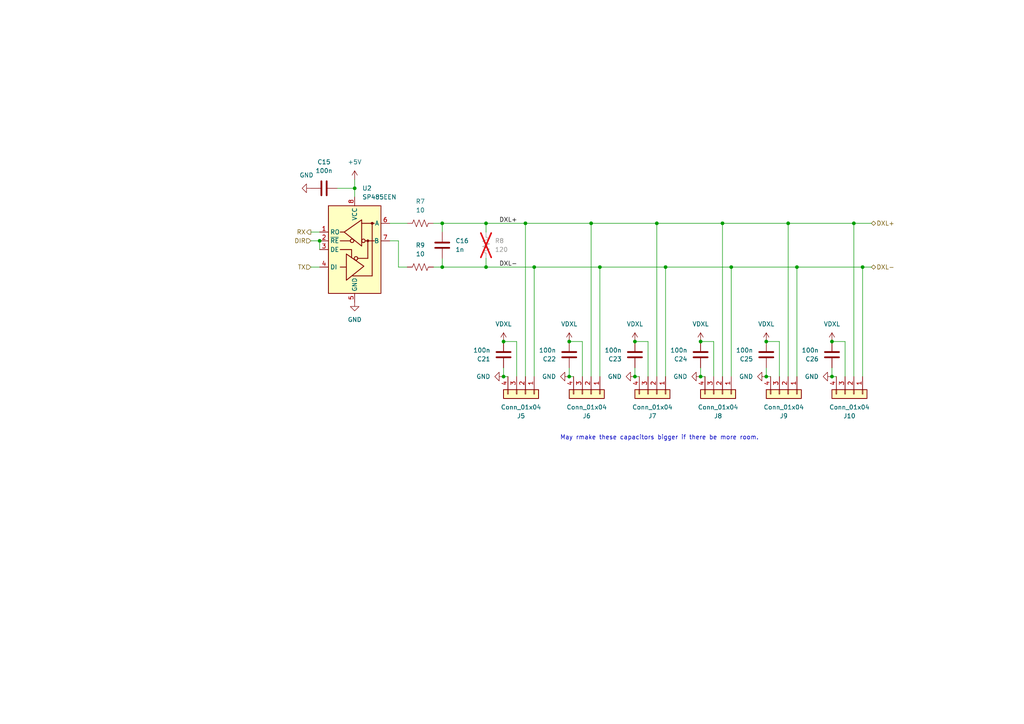
<source format=kicad_sch>
(kicad_sch (version 20231120) (generator "eeschema") (generator_version "8.0")
  (paper "A4")
  (lib_symbols
    (symbol "Connector_Generic:Conn_01x04" (pin_names (offset 1.016) hide)
      (property "Reference" "J" (at 0 5.08 0))
      (property "Value" "Conn_01x04" (at 0 -7.62 0))
      (symbol "Conn_01x04_1_1"
        (rectangle (start -1.27 -4.953) (end 0 -5.207) (stroke (width 0.1524)))
        (rectangle (start -1.27 -2.413) (end 0 -2.667) (stroke (width 0.1524)))
        (rectangle (start -1.27 0.127) (end 0 -0.127) (stroke (width 0.1524)))
        (rectangle (start -1.27 2.667) (end 0 2.413) (stroke (width 0.1524)))
        (rectangle (start -1.27 3.81) (end 1.27 -6.35) (stroke (width 0.254)) (fill (type background)))
        (pin passive line (at -5.08 2.54 0) (length 3.81) (name "Pin_1") (number "1"))
        (pin passive line (at -5.08 0 0) (length 3.81) (name "Pin_2") (number "2"))
        (pin passive line (at -5.08 -2.54 0) (length 3.81) (name "Pin_3") (number "3"))
        (pin passive line (at -5.08 -5.08 0) (length 3.81) (name "Pin_4") (number "4"))
      )
    )
    (symbol "Device:C" (pin_numbers hide) (pin_names (offset 0.254))
      (property "Reference" "C" (at 0.635 2.54 0))
      (property "Value" "C" (at 0.635 -2.54 0))
      (symbol "C_0_1"
        (polyline (pts (xy -2.032 -0.762) (xy 2.032 -0.762)) (stroke (width 0.508)))
        (polyline (pts (xy -2.032 0.762) (xy 2.032 0.762)) (stroke (width 0.508)))
      )
      (symbol "C_1_1"
        (pin passive line (at 0 3.81 270) (length 2.794) (name "~") (number "1"))
        (pin passive line (at 0 -3.81 90) (length 2.794) (name "~") (number "2"))
      )
    )
    (symbol "Device:R_US" (pin_numbers hide) (pin_names (offset 0))
      (property "Reference" "R" (at 2.54 0 90))
      (property "Value" "R_US" (at -2.54 0 90))
      (symbol "R_US_0_1"
        (polyline (pts (xy 0 -2.286) (xy 0 -2.54)))
        (polyline (pts (xy 0 2.286) (xy 0 2.54)))
        (polyline (pts (xy 0 -0.762) (xy 1.016 -1.143) (xy 0 -1.524) (xy -1.016 -1.905) (xy 0 -2.286)))
        (polyline (pts (xy 0 0.762) (xy 1.016 0.381) (xy 0 0) (xy -1.016 -0.381) (xy 0 -0.762)))
        (polyline (pts (xy 0 2.286) (xy 1.016 1.905) (xy 0 1.524) (xy -1.016 1.143) (xy 0 0.762)))
      )
      (symbol "R_US_1_1"
        (pin passive line (at 0 3.81 270) (length 1.27) (name "~") (number "1"))
        (pin passive line (at 0 -3.81 90) (length 1.27) (name "~") (number "2"))
      )
    )
    (symbol "Interface_UART:SP3485EN"
      (property "Reference" "U" (at -7.62 13.97 0))
      (property "Value" "SP3485EN" (at 1.905 13.97 0))
      (symbol "SP3485EN_0_1"
        (rectangle (start -7.62 12.7) (end 7.62 -12.7) (stroke (width 0.254)) (fill (type background)))
        (polyline (pts (xy -4.191 2.54) (xy -1.27 2.54)) (stroke (width 0.254)))
        (polyline (pts (xy -2.54 -5.08) (xy -4.191 -5.08)) (stroke (width 0.254)))
        (polyline (pts (xy -0.635 -7.62) (xy 5.08 -7.62)) (stroke (width 0.254)))
        (polyline (pts (xy 0.889 -2.54) (xy 3.81 -2.54)) (stroke (width 0.254)))
        (polyline (pts (xy 2.032 7.62) (xy 5.715 7.62)) (stroke (width 0.254)))
        (polyline (pts (xy 3.048 2.54) (xy 5.715 2.54)) (stroke (width 0.254)))
        (polyline (pts (xy 3.81 -2.54) (xy 3.81 2.54)) (stroke (width 0.254)))
        (polyline (pts (xy 5.08 -7.62) (xy 5.08 7.62)) (stroke (width 0.254)))
        (polyline (pts (xy -4.191 0) (xy -0.889 0) (xy -0.889 -2.286)) (stroke (width 0.254)))
        (polyline (pts (xy -3.175 5.08) (xy -4.191 5.08) (xy -4.064 5.08)) (stroke (width 0.254)))
        (polyline (pts (xy -2.413 -5.08) (xy -2.413 -1.27) (xy 2.667 -4.826) (xy -2.413 -8.89) (xy -2.413 -5.08)) (stroke (width 0.254)))
        (circle (center 0.381 -2.54) (radius 0.508) (stroke (width 0.254)))
        (circle (center 3.81 2.54) (radius 0.2794) (stroke (width 0.254)) (fill (type outline)))
      )
      (symbol "SP3485EN_1_1"
        (circle (center -0.762 2.54) (radius 0.508) (stroke (width 0.254)))
        (polyline (pts (xy 2.032 4.826) (xy 2.032 8.636) (xy -3.048 5.08) (xy 2.032 1.016) (xy 2.032 4.826)) (stroke (width 0.254)))
        (circle (center 2.54 2.54) (radius 0.508) (stroke (width 0.254)))
        (circle (center 5.08 7.62) (radius 0.2794) (stroke (width 0.254)) (fill (type outline)))
        (pin output line (at -10.16 5.08 0) (length 2.54) (name "RO") (number "1"))
        (pin input line (at -10.16 2.54 0) (length 2.54) (name "~{RE}") (number "2"))
        (pin input line (at -10.16 0 0) (length 2.54) (name "DE") (number "3"))
        (pin input line (at -10.16 -5.08 0) (length 2.54) (name "DI") (number "4"))
        (pin power_in line (at 0 -15.24 90) (length 2.54) (name "GND") (number "5"))
        (pin bidirectional line (at 10.16 7.62 180) (length 2.54) (name "A") (number "6"))
        (pin bidirectional line (at 10.16 2.54 180) (length 2.54) (name "B") (number "7"))
        (pin power_in line (at 0 15.24 270) (length 2.54) (name "VCC") (number "8"))
      )
    )
    (symbol "power:+3.3V" (power) (pin_numbers hide) (pin_names (offset 0) hide)
      (property "Value" "+3.3V" (at 0 3.556 0))
      (symbol "+3.3V_0_1"
        (polyline (pts (xy -0.762 1.27) (xy 0 2.54)))
        (polyline (pts (xy 0 0) (xy 0 2.54)))
        (polyline (pts (xy 0 2.54) (xy 0.762 1.27)))
      )
      (symbol "+3.3V_1_1"
        (pin power_in line (at 0 0 90) (length 0) (name "~") (number "1"))
      )
    )
    (symbol "power:GND" (power) (pin_numbers hide) (pin_names (offset 0) hide)
      (property "Value" "GND" (at 0 -3.81 0))
      (symbol "GND_0_1"
        (polyline (pts (xy 0 0) (xy 0 -1.27) (xy 1.27 -1.27) (xy 0 -2.54) (xy -1.27 -1.27) (xy 0 -1.27)))
      )
      (symbol "GND_1_1"
        (pin power_in line (at 0 0 270) (length 0) (name "~") (number "1"))
      )
    )
    (symbol "power:Vdrive" (power) (pin_numbers hide) (pin_names (offset 0) hide)
      (property "Value" "Vdrive" (at 0 3.556 0))
      (symbol "Vdrive_0_1"
        (polyline (pts (xy -0.762 1.27) (xy 0 2.54)))
        (polyline (pts (xy 0 0) (xy 0 2.54)))
        (polyline (pts (xy 0 2.54) (xy 0.762 1.27)))
      )
      (symbol "Vdrive_1_1"
        (pin power_in line (at 0 0 90) (length 0) (name "~") (number "1"))
      )
    )
  )
  (junction (at 184.15 99.06))
  (junction (at 209.55 64.77))
  (junction (at 250.19 77.47))
  (junction (at 102.87 54.61))
  (junction (at 190.5 64.77))
  (junction (at 222.25 99.06))
  (junction (at 171.45 64.77))
  (junction (at 165.1 99.06))
  (junction (at 184.15 109.22))
  (junction (at 222.25 109.22))
  (junction (at 193.04 77.47))
  (junction (at 128.27 77.47))
  (junction (at 92.71 69.85))
  (junction (at 140.97 77.47))
  (junction (at 146.05 99.06))
  (junction (at 152.4 64.77))
  (junction (at 154.94 77.47))
  (junction (at 203.2 99.06))
  (junction (at 228.6 64.77))
  (junction (at 241.3 99.06))
  (junction (at 173.99 77.47))
  (junction (at 146.05 109.22))
  (junction (at 140.97 64.77))
  (junction (at 231.14 77.47))
  (junction (at 247.65 64.77))
  (junction (at 203.2 109.22))
  (junction (at 212.09 77.47))
  (junction (at 165.1 109.22))
  (junction (at 128.27 64.77))
  (junction (at 241.3 109.22))
  (wire (pts (xy 193.04 77.47) (xy 173.99 77.47)))
  (wire (pts (xy 154.94 77.47) (xy 140.97 77.47)))
  (wire (pts (xy 222.25 99.06) (xy 226.06 99.06)))
  (wire (pts (xy 247.65 64.77) (xy 252.73 64.77)))
  (wire (pts (xy 247.65 64.77) (xy 228.6 64.77)))
  (wire (pts (xy 231.14 77.47) (xy 212.09 77.47)))
  (wire (pts (xy 222.25 109.22) (xy 223.52 109.22)))
  (wire (pts (xy 187.96 109.22) (xy 187.96 99.06)))
  (wire (pts (xy 92.71 69.85) (xy 92.71 72.39)))
  (wire (pts (xy 209.55 64.77) (xy 190.5 64.77)))
  (wire (pts (xy 165.1 99.06) (xy 168.91 99.06)))
  (wire (pts (xy 125.73 64.77) (xy 128.27 64.77)))
  (wire (pts (xy 115.57 69.85) (xy 115.57 77.47)))
  (wire (pts (xy 228.6 109.22) (xy 228.6 64.77)))
  (wire (pts (xy 152.4 109.22) (xy 152.4 64.77)))
  (wire (pts (xy 203.2 99.06) (xy 207.01 99.06)))
  (wire (pts (xy 90.17 67.31) (xy 92.71 67.31)))
  (wire (pts (xy 165.1 106.68) (xy 165.1 109.22)))
  (wire (pts (xy 250.19 109.22) (xy 250.19 77.47)))
  (wire (pts (xy 184.15 106.68) (xy 184.15 109.22)))
  (wire (pts (xy 241.3 99.06) (xy 245.11 99.06)))
  (wire (pts (xy 115.57 77.47) (xy 118.11 77.47)))
  (wire (pts (xy 173.99 77.47) (xy 154.94 77.47)))
  (wire (pts (xy 228.6 64.77) (xy 209.55 64.77)))
  (wire (pts (xy 149.86 109.22) (xy 149.86 99.06)))
  (wire (pts (xy 97.79 54.61) (xy 102.87 54.61)))
  (wire (pts (xy 140.97 64.77) (xy 140.97 67.31)))
  (wire (pts (xy 207.01 109.22) (xy 207.01 99.06)))
  (wire (pts (xy 193.04 109.22) (xy 193.04 77.47)))
  (wire (pts (xy 184.15 99.06) (xy 187.96 99.06)))
  (wire (pts (xy 241.3 109.22) (xy 242.57 109.22)))
  (wire (pts (xy 146.05 106.68) (xy 146.05 109.22)))
  (wire (pts (xy 102.87 52.07) (xy 102.87 54.61)))
  (wire (pts (xy 250.19 77.47) (xy 252.73 77.47)))
  (wire (pts (xy 140.97 74.93) (xy 140.97 77.47)))
  (wire (pts (xy 90.17 77.47) (xy 92.71 77.47)))
  (wire (pts (xy 152.4 64.77) (xy 140.97 64.77)))
  (wire (pts (xy 128.27 64.77) (xy 140.97 64.77)))
  (wire (pts (xy 190.5 64.77) (xy 171.45 64.77)))
  (wire (pts (xy 165.1 109.22) (xy 166.37 109.22)))
  (wire (pts (xy 171.45 64.77) (xy 152.4 64.77)))
  (wire (pts (xy 231.14 109.22) (xy 231.14 77.47)))
  (wire (pts (xy 173.99 109.22) (xy 173.99 77.47)))
  (wire (pts (xy 113.03 69.85) (xy 115.57 69.85)))
  (wire (pts (xy 245.11 109.22) (xy 245.11 99.06)))
  (wire (pts (xy 247.65 109.22) (xy 247.65 64.77)))
  (wire (pts (xy 212.09 77.47) (xy 193.04 77.47)))
  (wire (pts (xy 128.27 64.77) (xy 128.27 67.31)))
  (wire (pts (xy 209.55 109.22) (xy 209.55 64.77)))
  (wire (pts (xy 113.03 64.77) (xy 118.11 64.77)))
  (wire (pts (xy 226.06 109.22) (xy 226.06 99.06)))
  (wire (pts (xy 146.05 99.06) (xy 149.86 99.06)))
  (wire (pts (xy 128.27 74.93) (xy 128.27 77.47)))
  (wire (pts (xy 168.91 109.22) (xy 168.91 99.06)))
  (wire (pts (xy 250.19 77.47) (xy 231.14 77.47)))
  (wire (pts (xy 146.05 109.22) (xy 147.32 109.22)))
  (wire (pts (xy 90.17 69.85) (xy 92.71 69.85)))
  (wire (pts (xy 212.09 109.22) (xy 212.09 77.47)))
  (wire (pts (xy 241.3 106.68) (xy 241.3 109.22)))
  (wire (pts (xy 184.15 109.22) (xy 185.42 109.22)))
  (wire (pts (xy 203.2 106.68) (xy 203.2 109.22)))
  (wire (pts (xy 125.73 77.47) (xy 128.27 77.47)))
  (wire (pts (xy 102.87 54.61) (xy 102.87 57.15)))
  (wire (pts (xy 222.25 106.68) (xy 222.25 109.22)))
  (wire (pts (xy 154.94 109.22) (xy 154.94 77.47)))
  (wire (pts (xy 203.2 109.22) (xy 204.47 109.22)))
  (wire (pts (xy 190.5 109.22) (xy 190.5 64.77)))
  (wire (pts (xy 171.45 109.22) (xy 171.45 64.77)))
  (wire (pts (xy 128.27 77.47) (xy 140.97 77.47)))
  (text "May rmake these capacitors bigger if there be more room." (at 191.262 127 0) (effects (font (size 1.27 1.27))))
  (label "DXL+" (at 144.78 64.77 0))
  (label "DXL-" (at 144.78 77.47 0))
  (hierarchical_label "DXL+" (shape tri_state) (at 252.73 64.77 0))
  (hierarchical_label "DIR" (shape input) (at 90.17 69.85 180))
  (hierarchical_label "RX" (shape output) (at 90.17 67.31 180))
  (hierarchical_label "DXL-" (shape tri_state) (at 252.73 77.47 0))
  (hierarchical_label "TX" (shape input) (at 90.17 77.47 180))
  (symbol (lib_id "Device:R_US") (at 121.92 64.77 90) (unit 1)
    (property "Reference" "R7" (at 121.92 58.42 90))
    (property "Value" "10" (at 121.92 60.96 90))
    (property "Footprint" "Resistor_SMD:R_0603_1608Metric" (effects (hide yes)))
    (property "Description" "Resistor, US symbol" (effects (hide yes)))
  )
  (symbol (lib_id "Connector_Generic:Conn_01x04") (at 190.5 114.3 270) (unit 1)
    (property "Reference" "J7" (at 189.23 120.65 90))
    (property "Value" "Conn_01x04" (at 189.23 118.11 90))
    (property "Footprint" "Connector_Molex:Molex_SPOX_5267-04A_1x04_P2.50mm_Vertical" (effects (hide yes)))
    (property "Description" "Generic connector, single row, 01x04, script generated (kicad-library-utils/schlib/autogen/connector/)" (effects (hide yes)))
  )
  (symbol (lib_id "power:GND") (at 146.05 109.22 270) (unit 1)
    (property "Reference" "#PWR038" (effects (hide yes)))
    (property "Value" "GND" (at 142.24 109.2201 90) (effects (justify right)))
    (property "Description" "Power symbol creates a global label with name \"GND\" , ground" (effects (hide yes)))
  )
  (symbol (lib_id "power:GND") (at 102.87 87.63 0) (unit 1)
    (property "Reference" "#PWR036" (effects (hide yes)))
    (property "Value" "GND" (at 102.87 92.71 0))
    (property "Description" "Power symbol creates a global label with name \"GND\" , ground" (effects (hide yes)))
  )
  (symbol (lib_id "power:Vdrive") (at 222.25 99.06 0) (unit 1)
    (property "Reference" "#PWR046" (effects (hide yes)))
    (property "Value" "VDXL" (at 222.25 93.98 0))
    (property "Description" "Power symbol creates a global label with name \"Vdrive\"" (effects (hide yes)))
  )
  (symbol (lib_id "Device:R_US") (at 121.92 77.47 90) (unit 1)
    (property "Reference" "R9" (at 121.92 71.12 90))
    (property "Value" "10" (at 121.92 73.66 90))
    (property "Footprint" "Resistor_SMD:R_0603_1608Metric" (effects (hide yes)))
    (property "Description" "Resistor, US symbol" (effects (hide yes)))
  )
  (symbol (lib_id "Connector_Generic:Conn_01x04") (at 152.4 114.3 270) (unit 1)
    (property "Reference" "J5" (at 151.13 120.65 90))
    (property "Value" "Conn_01x04" (at 151.13 118.11 90))
    (property "Footprint" "Connector_Molex:Molex_SPOX_5267-04A_1x04_P2.50mm_Vertical" (effects (hide yes)))
    (property "Description" "Generic connector, single row, 01x04, script generated (kicad-library-utils/schlib/autogen/connector/)" (effects (hide yes)))
  )
  (symbol (lib_id "Connector_Generic:Conn_01x04") (at 247.65 114.3 270) (unit 1)
    (property "Reference" "J10" (at 246.38 120.65 90))
    (property "Value" "Conn_01x04" (at 246.38 118.11 90))
    (property "Footprint" "Connector_Molex:Molex_SPOX_5267-04A_1x04_P2.50mm_Vertical" (effects (hide yes)))
    (property "Description" "Generic connector, single row, 01x04, script generated (kicad-library-utils/schlib/autogen/connector/)" (effects (hide yes)))
  )
  (symbol (lib_id "Device:C") (at 93.98 54.61 270) (unit 1)
    (property "Reference" "C15" (at 93.98 46.99 90))
    (property "Value" "100n" (at 93.98 49.53 90))
    (property "Footprint" "Capacitor_SMD:C_0603_1608Metric" (effects (hide yes)))
    (property "Description" "Unpolarized capacitor" (effects (hide yes)))
  )
  (symbol (lib_id "power:GND") (at 184.15 109.22 270) (unit 1)
    (property "Reference" "#PWR043" (effects (hide yes)))
    (property "Value" "GND" (at 180.34 109.2201 90) (effects (justify right)))
    (property "Description" "Power symbol creates a global label with name \"GND\" , ground" (effects (hide yes)))
  )
  (symbol (lib_id "power:Vdrive") (at 165.1 99.06 0) (unit 1)
    (property "Reference" "#PWR040" (effects (hide yes)))
    (property "Value" "VDXL" (at 165.1 93.98 0))
    (property "Description" "Power symbol creates a global label with name \"Vdrive\"" (effects (hide yes)))
  )
  (symbol (lib_id "power:GND") (at 90.17 54.61 270) (unit 1)
    (property "Reference" "#PWR035" (effects (hide yes)))
    (property "Value" "GND" (at 88.9 50.8 90))
    (property "Description" "Power symbol creates a global label with name \"GND\" , ground" (effects (hide yes)))
  )
  (symbol (lib_id "Connector_Generic:Conn_01x04") (at 228.6 114.3 270) (unit 1)
    (property "Reference" "J9" (at 227.33 120.65 90))
    (property "Value" "Conn_01x04" (at 227.33 118.11 90))
    (property "Footprint" "Connector_Molex:Molex_SPOX_5267-04A_1x04_P2.50mm_Vertical" (effects (hide yes)))
    (property "Description" "Generic connector, single row, 01x04, script generated (kicad-library-utils/schlib/autogen/connector/)" (effects (hide yes)))
  )
  (symbol (lib_id "power:GND") (at 222.25 109.22 270) (unit 1)
    (property "Reference" "#PWR047" (effects (hide yes)))
    (property "Value" "GND" (at 218.44 109.2201 90) (effects (justify right)))
    (property "Description" "Power symbol creates a global label with name \"GND\" , ground" (effects (hide yes)))
  )
  (symbol (lib_id "power:Vdrive") (at 184.15 99.06 0) (unit 1)
    (property "Reference" "#PWR042" (effects (hide yes)))
    (property "Value" "VDXL" (at 184.15 93.98 0))
    (property "Description" "Power symbol creates a global label with name \"Vdrive\"" (effects (hide yes)))
  )
  (symbol (lib_id "Interface_UART:SP3485EN") (at 102.87 72.39 0) (unit 1)
    (property "Reference" "U2" (at 105.0641 54.61 0) (effects (justify left)))
    (property "Value" "SP485EEN" (at 105.0641 57.15 0) (effects (justify left)))
    (property "Footprint" "Package_SO:SOIC-8_3.9x4.9mm_P1.27mm" (effects (hide yes)))
    (property "Datasheet" "https://www.maxlinear.com/ds/sp481e_sp485e.pdf" (effects (hide yes)))
    (property "Description" "Enhanced Low Power Half-Duplex RS-485 Transceivers" (effects (hide yes)))
  )
  (symbol (lib_id "Device:C") (at 241.3 102.87 180) (unit 1)
    (property "Reference" "C26" (at 237.49 104.1401 0) (effects (justify left)))
    (property "Value" "100n" (at 237.49 101.6001 0) (effects (justify left)))
    (property "Footprint" "Capacitor_SMD:C_0603_1608Metric" (effects (hide yes)))
    (property "Description" "Unpolarized capacitor" (effects (hide yes)))
  )
  (symbol (lib_id "power:Vdrive") (at 146.05 99.06 0) (unit 1)
    (property "Reference" "#PWR039" (effects (hide yes)))
    (property "Value" "VDXL" (at 146.05 93.98 0))
    (property "Description" "Power symbol creates a global label with name \"Vdrive\"" (effects (hide yes)))
  )
  (symbol (lib_id "Device:C") (at 203.2 102.87 180) (unit 1)
    (property "Reference" "C24" (at 199.39 104.1401 0) (effects (justify left)))
    (property "Value" "100n" (at 199.39 101.6001 0) (effects (justify left)))
    (property "Footprint" "Capacitor_SMD:C_0603_1608Metric" (effects (hide yes)))
    (property "Description" "Unpolarized capacitor" (effects (hide yes)))
  )
  (symbol (lib_id "Device:R_US") (at 140.97 71.12 0) (unit 1) (dnp yes)
    (property "Reference" "R8" (at 143.51 69.8499 0) (effects (justify left)))
    (property "Value" "120" (at 143.51 72.3899 0) (effects (justify left)))
    (property "Footprint" "Resistor_SMD:R_0603_1608Metric" (effects (hide yes)))
    (property "Description" "Resistor, US symbol" (effects (hide yes)))
  )
  (symbol (lib_id "Connector_Generic:Conn_01x04") (at 209.55 114.3 270) (unit 1)
    (property "Reference" "J8" (at 208.28 120.65 90))
    (property "Value" "Conn_01x04" (at 208.28 118.11 90))
    (property "Footprint" "Connector_Molex:Molex_SPOX_5267-04A_1x04_P2.50mm_Vertical" (effects (hide yes)))
    (property "Description" "Generic connector, single row, 01x04, script generated (kicad-library-utils/schlib/autogen/connector/)" (effects (hide yes)))
  )
  (symbol (lib_id "Device:C") (at 184.15 102.87 180) (unit 1)
    (property "Reference" "C23" (at 180.34 104.1401 0) (effects (justify left)))
    (property "Value" "100n" (at 180.34 101.6001 0) (effects (justify left)))
    (property "Footprint" "Capacitor_SMD:C_0603_1608Metric" (effects (hide yes)))
    (property "Description" "Unpolarized capacitor" (effects (hide yes)))
  )
  (symbol (lib_id "power:GND") (at 203.2 109.22 270) (unit 1)
    (property "Reference" "#PWR045" (effects (hide yes)))
    (property "Value" "GND" (at 199.39 109.2201 90) (effects (justify right)))
    (property "Description" "Power symbol creates a global label with name \"GND\" , ground" (effects (hide yes)))
  )
  (symbol (lib_id "Device:C") (at 165.1 102.87 180) (unit 1)
    (property "Reference" "C22" (at 161.29 104.1401 0) (effects (justify left)))
    (property "Value" "100n" (at 161.29 101.6001 0) (effects (justify left)))
    (property "Footprint" "Capacitor_SMD:C_0603_1608Metric" (effects (hide yes)))
    (property "Description" "Unpolarized capacitor" (effects (hide yes)))
  )
  (symbol (lib_id "Connector_Generic:Conn_01x04") (at 171.45 114.3 270) (unit 1)
    (property "Reference" "J6" (at 170.18 120.65 90))
    (property "Value" "Conn_01x04" (at 170.18 118.11 90))
    (property "Footprint" "Connector_Molex:Molex_SPOX_5267-04A_1x04_P2.50mm_Vertical" (effects (hide yes)))
    (property "Description" "Generic connector, single row, 01x04, script generated (kicad-library-utils/schlib/autogen/connector/)" (effects (hide yes)))
  )
  (symbol (lib_id "power:Vdrive") (at 203.2 99.06 0) (unit 1)
    (property "Reference" "#PWR044" (effects (hide yes)))
    (property "Value" "VDXL" (at 203.2 93.98 0))
    (property "Description" "Power symbol creates a global label with name \"Vdrive\"" (effects (hide yes)))
  )
  (symbol (lib_id "power:GND") (at 165.1 109.22 270) (unit 1)
    (property "Reference" "#PWR041" (effects (hide yes)))
    (property "Value" "GND" (at 161.29 109.2201 90) (effects (justify right)))
    (property "Description" "Power symbol creates a global label with name \"GND\" , ground" (effects (hide yes)))
  )
  (symbol (lib_id "Device:C") (at 128.27 71.12 0) (unit 1)
    (property "Reference" "C16" (at 132.08 69.8499 0) (effects (justify left)))
    (property "Value" "1n" (at 132.08 72.3899 0) (effects (justify left)))
    (property "Footprint" "Capacitor_SMD:C_0603_1608Metric" (effects (hide yes)))
    (property "Description" "Unpolarized capacitor" (effects (hide yes)))
  )
  (symbol (lib_id "power:Vdrive") (at 241.3 99.06 0) (unit 1)
    (property "Reference" "#PWR048" (effects (hide yes)))
    (property "Value" "VDXL" (at 241.3 93.98 0))
    (property "Description" "Power symbol creates a global label with name \"Vdrive\"" (effects (hide yes)))
  )
  (symbol (lib_id "power:GND") (at 241.3 109.22 270) (unit 1)
    (property "Reference" "#PWR049" (effects (hide yes)))
    (property "Value" "GND" (at 237.49 109.2201 90) (effects (justify right)))
    (property "Description" "Power symbol creates a global label with name \"GND\" , ground" (effects (hide yes)))
  )
  (symbol (lib_id "power:+3.3V") (at 102.87 52.07 0) (unit 1)
    (property "Reference" "#PWR034" (effects (hide yes)))
    (property "Value" "+5V" (at 102.87 46.99 0))
    (property "Description" "Power symbol creates a global label with name \"+3.3V\"" (effects (hide yes)))
  )
  (symbol (lib_id "Device:C") (at 146.05 102.87 180) (unit 1)
    (property "Reference" "C21" (at 142.24 104.1401 0) (effects (justify left)))
    (property "Value" "100n" (at 142.24 101.6001 0) (effects (justify left)))
    (property "Footprint" "Capacitor_SMD:C_0603_1608Metric" (effects (hide yes)))
    (property "Description" "Unpolarized capacitor" (effects (hide yes)))
  )
  (symbol (lib_id "Device:C") (at 222.25 102.87 180) (unit 1)
    (property "Reference" "C25" (at 218.44 104.1401 0) (effects (justify left)))
    (property "Value" "100n" (at 218.44 101.6001 0) (effects (justify left)))
    (property "Footprint" "Capacitor_SMD:C_0603_1608Metric" (effects (hide yes)))
    (property "Description" "Unpolarized capacitor" (effects (hide yes)))
  )
)
</source>
